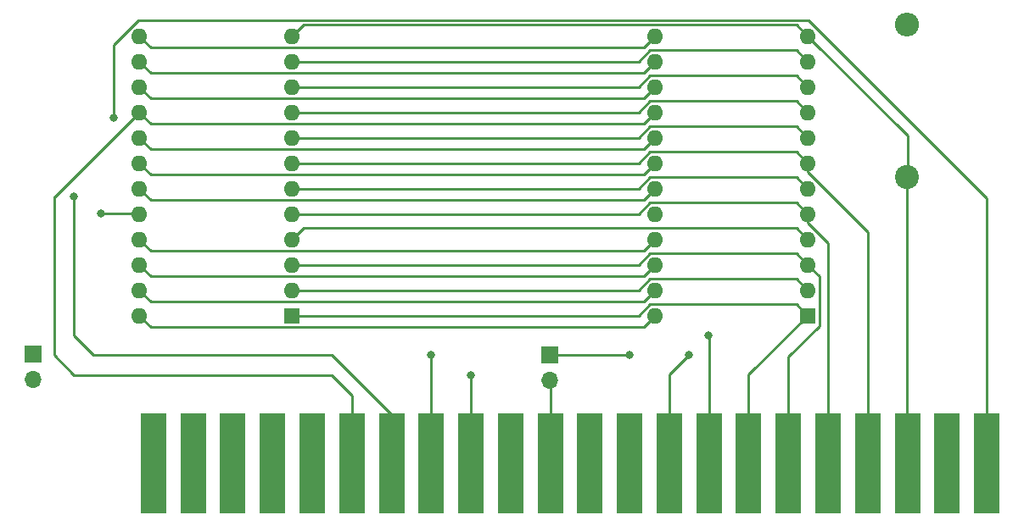
<source format=gbr>
%TF.GenerationSoftware,KiCad,Pcbnew,(5.1.12)-1*%
%TF.CreationDate,2022-10-05T19:48:58+01:00*%
%TF.ProjectId,Apple-1 ROM_RAM,4170706c-652d-4312-9052-4f4d5f52414d,rev?*%
%TF.SameCoordinates,Original*%
%TF.FileFunction,Copper,L1,Top*%
%TF.FilePolarity,Positive*%
%FSLAX46Y46*%
G04 Gerber Fmt 4.6, Leading zero omitted, Abs format (unit mm)*
G04 Created by KiCad (PCBNEW (5.1.12)-1) date 2022-10-05 19:48:58*
%MOMM*%
%LPD*%
G01*
G04 APERTURE LIST*
%TA.AperFunction,ComponentPad*%
%ADD10R,1.700000X1.700000*%
%TD*%
%TA.AperFunction,ComponentPad*%
%ADD11O,1.700000X1.700000*%
%TD*%
%TA.AperFunction,ComponentPad*%
%ADD12R,1.600000X1.600000*%
%TD*%
%TA.AperFunction,ComponentPad*%
%ADD13O,1.600000X1.600000*%
%TD*%
%TA.AperFunction,ComponentPad*%
%ADD14C,2.400000*%
%TD*%
%TA.AperFunction,ComponentPad*%
%ADD15O,2.400000X2.400000*%
%TD*%
%TA.AperFunction,ConnectorPad*%
%ADD16R,2.540000X10.000000*%
%TD*%
%TA.AperFunction,ViaPad*%
%ADD17C,0.800000*%
%TD*%
%TA.AperFunction,Conductor*%
%ADD18C,0.250000*%
%TD*%
G04 APERTURE END LIST*
D10*
%TO.P,T1,1*%
%TO.N,Net-(T1-Pad1)*%
X117526200Y-132607460D03*
D11*
%TO.P,T1,2*%
%TO.N,/T*%
X117526200Y-135147460D03*
%TD*%
D12*
%TO.P,U1,1*%
%TO.N,Net-(J1-Pad16)*%
X194866200Y-128807460D03*
D13*
%TO.P,U1,13*%
%TO.N,Net-(J1-PadH)*%
X179626200Y-100867460D03*
%TO.P,U1,2*%
%TO.N,Net-(J1-PadT)*%
X194866200Y-126267460D03*
%TO.P,U1,14*%
%TO.N,Net-(J1-Pad7)*%
X179626200Y-103407460D03*
%TO.P,U1,3*%
%TO.N,Net-(J1-Pad17)*%
X194866200Y-123727460D03*
%TO.P,U1,15*%
%TO.N,Net-(J1-PadF)*%
X179626200Y-105947460D03*
%TO.P,U1,4*%
%TO.N,Net-(J1-PadU)*%
X194866200Y-121187460D03*
%TO.P,U1,16*%
%TO.N,Net-(J1-Pad6)*%
X179626200Y-108487460D03*
%TO.P,U1,5*%
%TO.N,Net-(J1-Pad18)*%
X194866200Y-118647460D03*
%TO.P,U1,17*%
%TO.N,Net-(J1-PadE)*%
X179626200Y-111027460D03*
%TO.P,U1,6*%
%TO.N,Net-(J1-PadV)*%
X194866200Y-116107460D03*
%TO.P,U1,18*%
%TO.N,Net-(R1-Pad2)*%
X179626200Y-113567460D03*
%TO.P,U1,7*%
%TO.N,Net-(J1-Pad19)*%
X194866200Y-113567460D03*
%TO.P,U1,19*%
%TO.N,Net-(J1-PadR)*%
X179626200Y-116107460D03*
%TO.P,U1,8*%
%TO.N,Net-(J1-PadW)*%
X194866200Y-111027460D03*
%TO.P,U1,20*%
%TO.N,Net-(S1-Pad1)*%
X179626200Y-118647460D03*
%TO.P,U1,9*%
%TO.N,Net-(J1-Pad9)*%
X194866200Y-108487460D03*
%TO.P,U1,21*%
%TO.N,Net-(J1-Pad14)*%
X179626200Y-121187460D03*
%TO.P,U1,10*%
%TO.N,Net-(J1-PadJ)*%
X194866200Y-105947460D03*
%TO.P,U1,22*%
%TO.N,Net-(J1-Pad15)*%
X179626200Y-123727460D03*
%TO.P,U1,11*%
%TO.N,Net-(J1-Pad8)*%
X194866200Y-103407460D03*
%TO.P,U1,23*%
%TO.N,Net-(J1-PadS)*%
X179626200Y-126267460D03*
%TO.P,U1,12*%
%TO.N,Net-(J1-Pad20)*%
X194866200Y-100867460D03*
%TO.P,U1,24*%
%TO.N,Net-(J1-Pad22)*%
X179626200Y-128807460D03*
%TD*%
D10*
%TO.P,S1,1*%
%TO.N,Net-(S1-Pad1)*%
X169126200Y-132767460D03*
D11*
%TO.P,S1,2*%
%TO.N,/S*%
X169126200Y-135307460D03*
%TD*%
D14*
%TO.P,R1,1*%
%TO.N,Net-(J1-Pad20)*%
X204766200Y-114947460D03*
D15*
%TO.P,R1,2*%
%TO.N,Net-(R1-Pad2)*%
X204766200Y-99707460D03*
%TD*%
D12*
%TO.P,U2,1*%
%TO.N,Net-(J1-Pad16)*%
X143386200Y-128807460D03*
D13*
%TO.P,U2,13*%
%TO.N,Net-(J1-PadH)*%
X128146200Y-100867460D03*
%TO.P,U2,2*%
%TO.N,Net-(J1-PadT)*%
X143386200Y-126267460D03*
%TO.P,U2,14*%
%TO.N,Net-(J1-Pad7)*%
X128146200Y-103407460D03*
%TO.P,U2,3*%
%TO.N,Net-(J1-Pad17)*%
X143386200Y-123727460D03*
%TO.P,U2,15*%
%TO.N,Net-(J1-PadF)*%
X128146200Y-105947460D03*
%TO.P,U2,4*%
%TO.N,Net-(J1-PadU)*%
X143386200Y-121187460D03*
%TO.P,U2,16*%
%TO.N,Net-(J1-Pad6)*%
X128146200Y-108487460D03*
%TO.P,U2,5*%
%TO.N,Net-(J1-Pad18)*%
X143386200Y-118647460D03*
%TO.P,U2,17*%
%TO.N,Net-(J1-PadE)*%
X128146200Y-111027460D03*
%TO.P,U2,6*%
%TO.N,Net-(J1-PadV)*%
X143386200Y-116107460D03*
%TO.P,U2,18*%
%TO.N,Net-(R1-Pad2)*%
X128146200Y-113567460D03*
%TO.P,U2,7*%
%TO.N,Net-(J1-Pad19)*%
X143386200Y-113567460D03*
%TO.P,U2,19*%
%TO.N,Net-(J1-PadR)*%
X128146200Y-116107460D03*
%TO.P,U2,8*%
%TO.N,Net-(J1-PadW)*%
X143386200Y-111027460D03*
%TO.P,U2,20*%
%TO.N,Net-(T1-Pad1)*%
X128146200Y-118647460D03*
%TO.P,U2,9*%
%TO.N,Net-(J1-Pad9)*%
X143386200Y-108487460D03*
%TO.P,U2,21*%
%TO.N,Net-(J1-Pad14)*%
X128146200Y-121187460D03*
%TO.P,U2,10*%
%TO.N,Net-(J1-PadJ)*%
X143386200Y-105947460D03*
%TO.P,U2,22*%
%TO.N,Net-(J1-Pad15)*%
X128146200Y-123727460D03*
%TO.P,U2,11*%
%TO.N,Net-(J1-Pad8)*%
X143386200Y-103407460D03*
%TO.P,U2,23*%
%TO.N,Net-(J1-PadS)*%
X128146200Y-126267460D03*
%TO.P,U2,12*%
%TO.N,Net-(J1-Pad20)*%
X143386200Y-100867460D03*
%TO.P,U2,24*%
%TO.N,Net-(J1-Pad22)*%
X128146200Y-128807460D03*
%TD*%
D16*
%TO.P,J1,1*%
%TO.N,Net-(J1-Pad1)*%
X129560000Y-143580000D03*
%TO.P,J1,2*%
%TO.N,Net-(J1-Pad2)*%
X133520000Y-143580000D03*
%TO.P,J1,3*%
%TO.N,Net-(J1-Pad3)*%
X137480000Y-143580000D03*
%TO.P,J1,4*%
%TO.N,Net-(J1-Pad4)*%
X141440000Y-143580000D03*
%TO.P,J1,5*%
%TO.N,Net-(J1-Pad5)*%
X145400000Y-143580000D03*
%TO.P,J1,6*%
%TO.N,Net-(J1-Pad6)*%
X149360000Y-143580000D03*
%TO.P,J1,7*%
%TO.N,Net-(J1-Pad7)*%
X153320000Y-143580000D03*
%TO.P,J1,8*%
%TO.N,Net-(J1-Pad8)*%
X157280000Y-143580000D03*
%TO.P,J1,9*%
%TO.N,Net-(J1-Pad9)*%
X161240000Y-143580000D03*
%TO.P,J1,10*%
%TO.N,Net-(J1-Pad10)*%
X165200000Y-143580000D03*
%TO.P,J1,11*%
%TO.N,/S*%
X169160000Y-143580000D03*
%TO.P,J1,12*%
%TO.N,Net-(J1-Pad12)*%
X173120000Y-143580000D03*
%TO.P,J1,13*%
%TO.N,Net-(J1-Pad13)*%
X177080000Y-143580000D03*
%TO.P,J1,14*%
%TO.N,Net-(J1-Pad14)*%
X181040000Y-143580000D03*
%TO.P,J1,15*%
%TO.N,Net-(J1-Pad15)*%
X185000000Y-143580000D03*
%TO.P,J1,16*%
%TO.N,Net-(J1-Pad16)*%
X188960000Y-143580000D03*
%TO.P,J1,17*%
%TO.N,Net-(J1-Pad17)*%
X192920000Y-143580000D03*
%TO.P,J1,18*%
%TO.N,Net-(J1-Pad18)*%
X196880000Y-143580000D03*
%TO.P,J1,19*%
%TO.N,Net-(J1-Pad19)*%
X200840000Y-143580000D03*
%TO.P,J1,20*%
%TO.N,Net-(J1-Pad20)*%
X204800000Y-143580000D03*
%TO.P,J1,21*%
%TO.N,Net-(J1-Pad21)*%
X208760000Y-143580000D03*
%TO.P,J1,22*%
%TO.N,Net-(J1-Pad22)*%
X212720000Y-143580000D03*
%TD*%
D17*
%TO.N,Net-(J1-Pad22)*%
X125566200Y-109007460D03*
%TO.N,Net-(J1-Pad15)*%
X184966200Y-130787460D03*
%TO.N,Net-(J1-Pad14)*%
X182986200Y-132767460D03*
%TO.N,Net-(J1-Pad9)*%
X161206200Y-134747460D03*
%TO.N,Net-(J1-Pad8)*%
X157246200Y-132767460D03*
%TO.N,Net-(J1-Pad7)*%
X121606200Y-116927460D03*
%TO.N,Net-(S1-Pad1)*%
X177046200Y-132767460D03*
%TO.N,Net-(T1-Pad1)*%
X124276200Y-118607460D03*
%TD*%
D18*
%TO.N,Net-(J1-Pad22)*%
X213000000Y-140760000D02*
X212720000Y-141040000D01*
X178501199Y-129932461D02*
X179626200Y-128807460D01*
X129271201Y-129932461D02*
X178501199Y-129932461D01*
X128146200Y-128807460D02*
X129271201Y-129932461D01*
X125566200Y-101782458D02*
X125566200Y-109007460D01*
X194956192Y-99292450D02*
X128056208Y-99292450D01*
X212720000Y-117056258D02*
X194956192Y-99292450D01*
X128056208Y-99292450D02*
X125566200Y-101782458D01*
X212720000Y-141040000D02*
X212720000Y-117056258D01*
%TO.N,Net-(J1-Pad20)*%
X193741199Y-99742459D02*
X194866200Y-100867460D01*
X144511201Y-99742459D02*
X193741199Y-99742459D01*
X143386200Y-100867460D02*
X144511201Y-99742459D01*
X204800000Y-110801260D02*
X194866200Y-100867460D01*
X204800000Y-114913660D02*
X204766200Y-114947460D01*
X204800000Y-110801260D02*
X204800000Y-114913660D01*
X204766200Y-141006200D02*
X204800000Y-141040000D01*
X204766200Y-114947460D02*
X204766200Y-141006200D01*
%TO.N,Net-(J1-Pad19)*%
X193741199Y-112442459D02*
X194866200Y-113567460D01*
X179086199Y-112442459D02*
X193741199Y-112442459D01*
X177961198Y-113567460D02*
X179086199Y-112442459D01*
X143386200Y-113567460D02*
X177961198Y-113567460D01*
X194866200Y-114442458D02*
X194866200Y-113567460D01*
X200840000Y-120416258D02*
X194866200Y-114442458D01*
X200840000Y-141040000D02*
X200840000Y-120416258D01*
%TO.N,Net-(J1-Pad18)*%
X193741199Y-117522459D02*
X194866200Y-118647460D01*
X179086199Y-117522459D02*
X193741199Y-117522459D01*
X177961198Y-118647460D02*
X179086199Y-117522459D01*
X143386200Y-118647460D02*
X177961198Y-118647460D01*
X194866200Y-119522458D02*
X194866200Y-118647460D01*
X196880000Y-121536258D02*
X194866200Y-119522458D01*
X196880000Y-141040000D02*
X196880000Y-121536258D01*
%TO.N,Net-(J1-Pad17)*%
X192920000Y-141040000D02*
X193125001Y-140834999D01*
X193741199Y-122602459D02*
X194866200Y-123727460D01*
X179086199Y-122602459D02*
X193741199Y-122602459D01*
X177961198Y-123727460D02*
X179086199Y-122602459D01*
X143386200Y-123727460D02*
X177961198Y-123727460D01*
X195991201Y-124852461D02*
X194866200Y-123727460D01*
X195991201Y-129867461D02*
X195991201Y-124852461D01*
X192920000Y-132938662D02*
X195991201Y-129867461D01*
X192920000Y-141040000D02*
X192920000Y-132938662D01*
%TO.N,Net-(J1-Pad16)*%
X193741199Y-127682459D02*
X194866200Y-128807460D01*
X179086199Y-127682459D02*
X193741199Y-127682459D01*
X177961198Y-128807460D02*
X179086199Y-127682459D01*
X143386200Y-128807460D02*
X177961198Y-128807460D01*
X188960000Y-134713660D02*
X194866200Y-128807460D01*
X188960000Y-141040000D02*
X188960000Y-134713660D01*
%TO.N,Net-(J1-Pad15)*%
X178501199Y-124852461D02*
X179626200Y-123727460D01*
X129271201Y-124852461D02*
X178501199Y-124852461D01*
X128146200Y-123727460D02*
X129271201Y-124852461D01*
X185000000Y-130821260D02*
X184966200Y-130787460D01*
X185000000Y-141040000D02*
X185000000Y-130821260D01*
%TO.N,Net-(J1-Pad14)*%
X178501199Y-122312461D02*
X179626200Y-121187460D01*
X129271201Y-122312461D02*
X178501199Y-122312461D01*
X128146200Y-121187460D02*
X129271201Y-122312461D01*
X181040000Y-134713660D02*
X182986200Y-132767460D01*
X181040000Y-141040000D02*
X181040000Y-134713660D01*
%TO.N,Net-(J1-Pad9)*%
X179086199Y-107362459D02*
X193741199Y-107362459D01*
X177961198Y-108487460D02*
X179086199Y-107362459D01*
X193741199Y-107362459D02*
X194866200Y-108487460D01*
X143386200Y-108487460D02*
X177961198Y-108487460D01*
X161240000Y-134781260D02*
X161206200Y-134747460D01*
X161240000Y-141040000D02*
X161240000Y-134781260D01*
%TO.N,Net-(J1-Pad8)*%
X193741199Y-102282459D02*
X194866200Y-103407460D01*
X179086199Y-102282459D02*
X193741199Y-102282459D01*
X177961198Y-103407460D02*
X179086199Y-102282459D01*
X143386200Y-103407460D02*
X177961198Y-103407460D01*
X157280000Y-132801260D02*
X157246200Y-132767460D01*
X157280000Y-141040000D02*
X157280000Y-132801260D01*
%TO.N,Net-(J1-Pad7)*%
X178501199Y-104532461D02*
X179626200Y-103407460D01*
X129271201Y-104532461D02*
X178501199Y-104532461D01*
X128146200Y-103407460D02*
X129271201Y-104532461D01*
X153320000Y-141040000D02*
X153320000Y-138741260D01*
X153320000Y-138741260D02*
X147346200Y-132767460D01*
X147346200Y-132767460D02*
X123586200Y-132767460D01*
X121606200Y-130787460D02*
X121606200Y-116927460D01*
X123586200Y-132767460D02*
X121606200Y-130787460D01*
%TO.N,Net-(J1-Pad6)*%
X178501199Y-109612461D02*
X179626200Y-108487460D01*
X129271201Y-109612461D02*
X178501199Y-109612461D01*
X128146200Y-108487460D02*
X129271201Y-109612461D01*
X149360000Y-141040000D02*
X149360000Y-136761260D01*
X149360000Y-136761260D02*
X147346200Y-134747460D01*
X147346200Y-134747460D02*
X121606200Y-134747460D01*
X121606200Y-134747460D02*
X119626200Y-132767460D01*
X119626200Y-132767460D02*
X119626200Y-116927460D01*
X119706200Y-116927460D02*
X128146200Y-108487460D01*
X119626200Y-116927460D02*
X119706200Y-116927460D01*
%TO.N,Net-(J1-PadW)*%
X193741199Y-109902459D02*
X194866200Y-111027460D01*
X179086199Y-109902459D02*
X193741199Y-109902459D01*
X177961198Y-111027460D02*
X179086199Y-109902459D01*
X143386200Y-111027460D02*
X177961198Y-111027460D01*
%TO.N,Net-(J1-PadV)*%
X179086199Y-114982459D02*
X193741199Y-114982459D01*
X193741199Y-114982459D02*
X194866200Y-116107460D01*
X177961198Y-116107460D02*
X179086199Y-114982459D01*
X143386200Y-116107460D02*
X177961198Y-116107460D01*
%TO.N,Net-(J1-PadU)*%
X193741199Y-120062459D02*
X194866200Y-121187460D01*
X144511201Y-120062459D02*
X193741199Y-120062459D01*
X143386200Y-121187460D02*
X144511201Y-120062459D01*
%TO.N,Net-(J1-PadT)*%
X193741199Y-125142459D02*
X194866200Y-126267460D01*
X179086199Y-125142459D02*
X193741199Y-125142459D01*
X177961198Y-126267460D02*
X179086199Y-125142459D01*
X143386200Y-126267460D02*
X177961198Y-126267460D01*
%TO.N,Net-(J1-PadS)*%
X178501199Y-127392461D02*
X179626200Y-126267460D01*
X129271201Y-127392461D02*
X178501199Y-127392461D01*
X128146200Y-126267460D02*
X129271201Y-127392461D01*
%TO.N,Net-(J1-PadR)*%
X178501199Y-117232461D02*
X179626200Y-116107460D01*
X129271201Y-117232461D02*
X178501199Y-117232461D01*
X128146200Y-116107460D02*
X129271201Y-117232461D01*
%TO.N,Net-(J1-PadJ)*%
X193741199Y-104822459D02*
X194866200Y-105947460D01*
X179086199Y-104822459D02*
X193741199Y-104822459D01*
X177961198Y-105947460D02*
X179086199Y-104822459D01*
X143386200Y-105947460D02*
X177961198Y-105947460D01*
%TO.N,Net-(J1-PadH)*%
X178501199Y-101992461D02*
X179626200Y-100867460D01*
X129271201Y-101992461D02*
X178501199Y-101992461D01*
X128146200Y-100867460D02*
X129271201Y-101992461D01*
%TO.N,Net-(J1-PadF)*%
X178501199Y-107072461D02*
X179626200Y-105947460D01*
X129271201Y-107072461D02*
X178501199Y-107072461D01*
X128146200Y-105947460D02*
X129271201Y-107072461D01*
%TO.N,Net-(J1-PadE)*%
X178501199Y-112152461D02*
X179626200Y-111027460D01*
X129271201Y-112152461D02*
X178501199Y-112152461D01*
X128146200Y-111027460D02*
X129271201Y-112152461D01*
%TO.N,Net-(R1-Pad2)*%
X178501199Y-114692461D02*
X179626200Y-113567460D01*
X129271201Y-114692461D02*
X178501199Y-114692461D01*
X128146200Y-113567460D02*
X129271201Y-114692461D01*
%TO.N,/S*%
X169160000Y-135341260D02*
X169126200Y-135307460D01*
X169160000Y-141040000D02*
X169160000Y-135341260D01*
%TO.N,Net-(S1-Pad1)*%
X177046200Y-132767460D02*
X169126200Y-132767460D01*
%TO.N,Net-(T1-Pad1)*%
X128106200Y-118607460D02*
X128146200Y-118647460D01*
X124276200Y-118607460D02*
X128106200Y-118607460D01*
%TD*%
M02*

</source>
